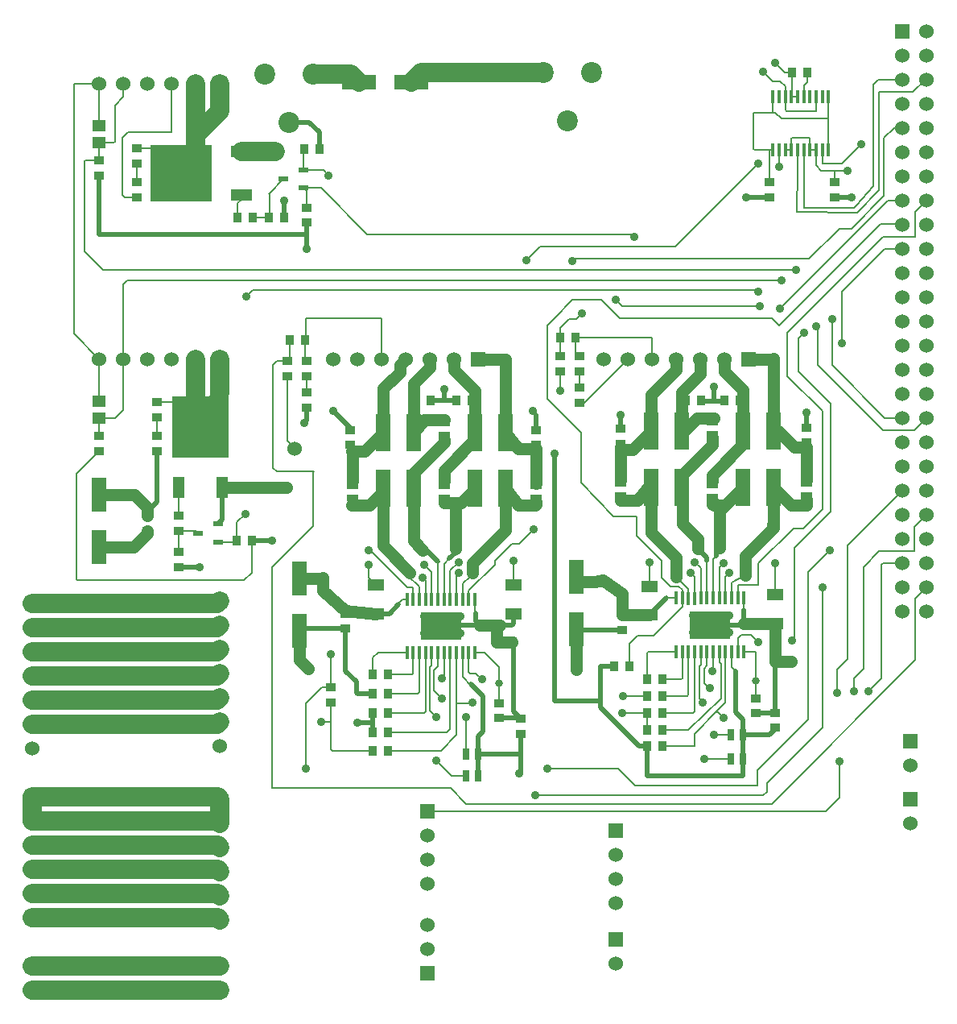
<source format=gtl>
G04 (created by PCBNEW (2013-05-18 BZR 4017)-stable) date Mon 15 Dec 2014 10:40:29 GMT*
%MOIN*%
G04 Gerber Fmt 3.4, Leading zero omitted, Abs format*
%FSLAX34Y34*%
G01*
G70*
G90*
G04 APERTURE LIST*
%ADD10C,0.00590551*%
%ADD11R,0.0906X0.0512*%
%ADD12R,0.2559X0.2323*%
%ADD13C,0.0315*%
%ADD14R,0.0165X0.0579*%
%ADD15C,0.06*%
%ADD16R,0.0394X0.0236*%
%ADD17R,0.025X0.05*%
%ADD18R,0.05X0.025*%
%ADD19R,0.0709X0.0453*%
%ADD20R,0.0374X0.0394*%
%ADD21R,0.0394X0.0374*%
%ADD22R,0.06X0.06*%
%ADD23R,0.0512X0.0906*%
%ADD24R,0.2323X0.2559*%
%ADD25R,0.0598X0.1535*%
%ADD26R,0.1417X0.063*%
%ADD27R,0.063X0.1417*%
%ADD28R,0.0571X0.0453*%
%ADD29C,0.0866*%
%ADD30R,0.1701X0.1181*%
%ADD31C,0.0354*%
%ADD32C,0.035*%
%ADD33C,0.008*%
%ADD34C,0.0198*%
%ADD35C,0.0787402*%
%ADD36C,0.0488*%
%ADD37C,0.0197*%
G04 APERTURE END LIST*
G54D10*
G54D11*
X41500Y-26400D03*
G54D12*
X39000Y-25500D03*
G54D11*
X41500Y-24600D03*
G54D13*
X52150Y-46600D03*
X62800Y-46500D03*
G54D14*
X64522Y-24552D03*
X64778Y-24552D03*
X65034Y-24552D03*
X65290Y-24552D03*
X63758Y-22350D03*
X63754Y-24552D03*
X64010Y-24552D03*
X64266Y-24552D03*
X65546Y-22348D03*
X65290Y-22348D03*
X65034Y-22348D03*
X64778Y-22348D03*
X64522Y-22348D03*
X64266Y-22348D03*
X65546Y-24552D03*
X64010Y-22350D03*
X63498Y-24552D03*
X65802Y-24552D03*
X65802Y-22348D03*
X63498Y-22348D03*
G54D15*
X43708Y-36904D03*
G54D16*
X40516Y-40775D03*
X39684Y-40400D03*
X40516Y-40025D03*
X44066Y-26125D03*
X43234Y-25750D03*
X44066Y-25375D03*
G54D17*
X50800Y-49550D03*
X51300Y-49550D03*
X62250Y-48750D03*
X61750Y-48750D03*
X62250Y-49750D03*
X61750Y-49750D03*
X50800Y-50450D03*
X51300Y-50450D03*
G54D18*
X46100Y-38950D03*
X46100Y-38450D03*
X64900Y-38350D03*
X64900Y-38850D03*
X61000Y-38400D03*
X61000Y-38900D03*
X61000Y-35800D03*
X61000Y-36300D03*
X57200Y-38350D03*
X57200Y-38850D03*
X53700Y-38950D03*
X53700Y-38450D03*
X49900Y-38950D03*
X49900Y-38450D03*
X49900Y-36350D03*
X49900Y-35850D03*
G54D19*
X52750Y-42559D03*
X52750Y-43741D03*
X47050Y-42559D03*
X47050Y-43741D03*
X63600Y-42959D03*
X63600Y-44141D03*
X58400Y-42609D03*
X58400Y-43791D03*
G54D20*
X54685Y-32300D03*
X55315Y-32300D03*
X47565Y-48650D03*
X46935Y-48650D03*
X43485Y-32400D03*
X44115Y-32400D03*
X64285Y-21350D03*
X64915Y-21350D03*
X41965Y-27350D03*
X41335Y-27350D03*
G54D21*
X35600Y-25615D03*
X35600Y-24985D03*
X35600Y-37015D03*
X35600Y-36385D03*
X37150Y-25885D03*
X37150Y-26515D03*
X38000Y-36385D03*
X38000Y-37015D03*
X38900Y-41815D03*
X38900Y-41185D03*
X44200Y-26935D03*
X44200Y-27565D03*
G54D20*
X41285Y-40700D03*
X41915Y-40700D03*
G54D21*
X38900Y-40315D03*
X38900Y-39685D03*
G54D20*
X58915Y-48550D03*
X58285Y-48550D03*
X58285Y-49200D03*
X58915Y-49200D03*
X56935Y-45900D03*
X57565Y-45900D03*
G54D21*
X45200Y-47415D03*
X45200Y-46785D03*
G54D20*
X46935Y-49400D03*
X47565Y-49400D03*
X43265Y-27350D03*
X42635Y-27350D03*
G54D21*
X44200Y-34585D03*
X44200Y-35215D03*
X55500Y-34385D03*
X55500Y-35015D03*
X63350Y-26515D03*
X63350Y-25885D03*
G54D22*
X40600Y-43200D03*
G54D15*
X40600Y-44200D03*
X40600Y-45200D03*
X40600Y-46200D03*
X40600Y-47200D03*
X40600Y-48200D03*
X40600Y-49200D03*
G54D22*
X32829Y-43313D03*
G54D15*
X32829Y-44313D03*
X32829Y-45313D03*
X32829Y-46313D03*
X32829Y-47313D03*
X32829Y-48313D03*
X32829Y-49313D03*
G54D22*
X62500Y-33200D03*
G54D15*
X61500Y-33200D03*
X60500Y-33200D03*
X59500Y-33200D03*
X58500Y-33200D03*
X57500Y-33200D03*
X56500Y-33200D03*
G54D22*
X51300Y-33200D03*
G54D15*
X50300Y-33200D03*
X49300Y-33200D03*
X48300Y-33200D03*
X47300Y-33200D03*
X46300Y-33200D03*
X45300Y-33200D03*
G54D22*
X40600Y-21800D03*
G54D15*
X39600Y-21800D03*
X38600Y-21800D03*
X37600Y-21800D03*
X36600Y-21800D03*
X35600Y-21800D03*
G54D22*
X57000Y-52700D03*
G54D15*
X57000Y-53700D03*
X57000Y-54700D03*
X57000Y-55700D03*
G54D22*
X49200Y-51900D03*
G54D15*
X49200Y-52900D03*
X49200Y-53900D03*
X49200Y-54900D03*
G54D22*
X32829Y-58313D03*
G54D15*
X32829Y-59313D03*
G54D22*
X57000Y-57200D03*
G54D15*
X57000Y-58200D03*
G54D22*
X69200Y-51400D03*
G54D15*
X69200Y-52400D03*
G54D22*
X69200Y-49000D03*
G54D15*
X69200Y-50000D03*
G54D22*
X68874Y-19639D03*
G54D15*
X69874Y-19639D03*
X68874Y-24639D03*
X69874Y-20639D03*
X68874Y-25639D03*
X69874Y-21639D03*
X68874Y-26639D03*
X69874Y-22639D03*
X68874Y-27639D03*
X69874Y-23639D03*
X68874Y-28639D03*
X69874Y-24639D03*
X68874Y-29639D03*
X69874Y-25639D03*
X68874Y-30639D03*
X69874Y-26639D03*
X68874Y-31639D03*
X69874Y-27639D03*
X68874Y-32639D03*
X69874Y-28639D03*
X68874Y-33639D03*
X69874Y-29639D03*
X68874Y-34639D03*
X69874Y-30639D03*
X69874Y-31639D03*
X68874Y-35639D03*
X69874Y-32639D03*
X69874Y-34639D03*
X69874Y-35639D03*
X69874Y-36639D03*
X69874Y-37639D03*
X68874Y-36639D03*
X68874Y-37639D03*
X68874Y-20639D03*
X68874Y-21639D03*
X68874Y-22639D03*
X68874Y-23639D03*
X68874Y-38639D03*
X69874Y-38639D03*
X69874Y-33639D03*
X68874Y-39639D03*
X69874Y-39639D03*
X68874Y-40639D03*
X69874Y-40639D03*
X68874Y-41639D03*
X69874Y-41639D03*
X68874Y-42639D03*
X69874Y-42639D03*
X68874Y-43639D03*
X69874Y-43639D03*
G54D21*
X38000Y-34985D03*
X38000Y-35600D03*
X37150Y-24485D03*
X37150Y-25100D03*
X44200Y-33285D03*
X44200Y-33900D03*
X55500Y-33085D03*
X55500Y-33700D03*
G54D23*
X38900Y-38500D03*
G54D24*
X39800Y-36000D03*
G54D23*
X40700Y-38500D03*
G54D25*
X63526Y-38511D03*
X62274Y-38511D03*
X63526Y-36189D03*
X62274Y-36189D03*
X59726Y-38511D03*
X58474Y-38511D03*
X59726Y-36189D03*
X58474Y-36189D03*
X48626Y-38561D03*
X47374Y-38561D03*
X48626Y-36239D03*
X47374Y-36239D03*
X52426Y-38561D03*
X51174Y-38561D03*
X52426Y-36239D03*
X51174Y-36239D03*
G54D26*
X46367Y-21750D03*
X48533Y-21750D03*
G54D27*
X43900Y-44433D03*
X43900Y-42267D03*
X55350Y-44383D03*
X55350Y-42217D03*
X35600Y-38817D03*
X35600Y-40983D03*
G54D28*
X35600Y-24254D03*
X35600Y-23546D03*
X35600Y-35654D03*
X35600Y-34946D03*
G54D21*
X45800Y-43735D03*
X45800Y-44365D03*
X57250Y-43785D03*
X57250Y-44415D03*
X52150Y-47435D03*
X52150Y-48065D03*
X62800Y-47235D03*
X62800Y-47865D03*
X54700Y-33085D03*
X54700Y-33715D03*
X43400Y-33285D03*
X43400Y-33915D03*
X66050Y-26515D03*
X66050Y-25885D03*
X53050Y-48715D03*
X53050Y-48085D03*
G54D20*
X58915Y-47850D03*
X58285Y-47850D03*
X58915Y-47150D03*
X58285Y-47150D03*
G54D21*
X63600Y-48465D03*
X63600Y-47835D03*
G54D20*
X47565Y-47050D03*
X46935Y-47050D03*
X47565Y-47850D03*
X46935Y-47850D03*
G54D22*
X32829Y-51313D03*
G54D15*
X32829Y-52313D03*
X32829Y-53313D03*
X32829Y-54313D03*
G54D22*
X32829Y-56313D03*
G54D15*
X32829Y-55313D03*
G54D22*
X40600Y-33200D03*
G54D15*
X39600Y-33200D03*
X38600Y-33200D03*
X37600Y-33200D03*
X36600Y-33200D03*
X35600Y-33200D03*
G54D22*
X40600Y-51400D03*
G54D15*
X40600Y-52400D03*
X40600Y-53400D03*
X40600Y-54400D03*
X40600Y-55400D03*
X40600Y-56400D03*
G54D22*
X49200Y-58600D03*
G54D15*
X49200Y-57600D03*
X49200Y-56600D03*
G54D22*
X40600Y-59300D03*
G54D15*
X40600Y-58300D03*
G54D29*
X43450Y-23400D03*
X44450Y-21400D03*
X42450Y-21400D03*
X55000Y-23350D03*
X56000Y-21350D03*
X54000Y-21350D03*
G54D21*
X57200Y-36715D03*
X57200Y-36085D03*
G54D20*
X60515Y-34900D03*
X59885Y-34900D03*
X62115Y-34900D03*
X61485Y-34900D03*
G54D21*
X64900Y-36035D03*
X64900Y-36665D03*
X46000Y-36765D03*
X46000Y-36135D03*
G54D20*
X49315Y-34900D03*
X48685Y-34900D03*
X51015Y-34900D03*
X50385Y-34900D03*
G54D21*
X53700Y-36135D03*
X53700Y-36765D03*
G54D20*
X46935Y-46250D03*
X47565Y-46250D03*
X58285Y-46450D03*
X58915Y-46450D03*
G54D21*
X37600Y-39685D03*
X37600Y-40315D03*
G54D20*
X44715Y-24500D03*
X44085Y-24500D03*
G54D14*
X49622Y-45352D03*
X49878Y-45352D03*
X50134Y-45352D03*
X50390Y-45352D03*
X48858Y-43150D03*
X48854Y-45352D03*
X49110Y-45352D03*
X49366Y-45352D03*
X50646Y-43148D03*
X50390Y-43148D03*
X50134Y-43148D03*
X49878Y-43148D03*
X49622Y-43148D03*
X49366Y-43148D03*
X50646Y-45352D03*
X49110Y-43150D03*
X48598Y-45352D03*
X50902Y-45352D03*
X50902Y-43148D03*
X48598Y-43148D03*
X48343Y-45352D03*
X51157Y-45352D03*
X51157Y-43148D03*
X48343Y-43148D03*
G54D30*
X49750Y-44250D03*
G54D31*
X49050Y-43850D03*
X49550Y-43850D03*
X50050Y-43850D03*
X50550Y-43850D03*
X49300Y-44200D03*
X49800Y-44200D03*
X50300Y-44200D03*
X49050Y-44550D03*
X49550Y-44550D03*
X50050Y-44550D03*
X50550Y-44550D03*
G54D14*
X60772Y-45302D03*
X61028Y-45302D03*
X61284Y-45302D03*
X61540Y-45302D03*
X60008Y-43100D03*
X60004Y-45302D03*
X60260Y-45302D03*
X60516Y-45302D03*
X61796Y-43098D03*
X61540Y-43098D03*
X61284Y-43098D03*
X61028Y-43098D03*
X60772Y-43098D03*
X60516Y-43098D03*
X61796Y-45302D03*
X60260Y-43100D03*
X59748Y-45302D03*
X62052Y-45302D03*
X62052Y-43098D03*
X59748Y-43098D03*
X59493Y-45302D03*
X62307Y-45302D03*
X62307Y-43098D03*
X59493Y-43098D03*
G54D30*
X60900Y-44200D03*
G54D31*
X60200Y-43800D03*
X60700Y-43800D03*
X61200Y-43800D03*
X61700Y-43800D03*
X60450Y-44150D03*
X60950Y-44150D03*
X61450Y-44150D03*
X60200Y-44500D03*
X60700Y-44500D03*
X61200Y-44500D03*
X61700Y-44500D03*
G54D32*
X53000Y-50350D03*
X44800Y-48200D03*
X49550Y-49800D03*
X49550Y-48000D03*
X50800Y-48000D03*
X49800Y-47250D03*
X42750Y-40700D03*
X61050Y-48750D03*
X60900Y-46800D03*
X60650Y-49750D03*
X60600Y-47400D03*
X66750Y-26500D03*
X62400Y-26500D03*
X63600Y-20950D03*
X44100Y-35850D03*
X44200Y-28650D03*
X54450Y-37100D03*
X39750Y-41800D03*
X43250Y-26650D03*
X65300Y-31850D03*
X63850Y-29950D03*
X66150Y-47000D03*
X66250Y-49850D03*
X65550Y-42650D03*
X53650Y-51250D03*
X65950Y-31550D03*
X64450Y-29500D03*
X55600Y-31300D03*
X55200Y-29150D03*
X57750Y-28150D03*
X67150Y-24300D03*
X63800Y-31100D03*
X62900Y-44900D03*
X64300Y-44850D03*
X64800Y-32100D03*
X53600Y-40250D03*
X62950Y-31000D03*
X57000Y-30750D03*
X54150Y-50150D03*
X65850Y-41100D03*
X44150Y-50150D03*
X46750Y-41100D03*
X45200Y-45400D03*
X41650Y-39600D03*
X41700Y-30600D03*
X62900Y-30400D03*
X62900Y-25100D03*
X53300Y-29100D03*
X63750Y-25250D03*
X66350Y-32550D03*
X51450Y-46450D03*
X66850Y-46950D03*
X67450Y-46950D03*
X46300Y-48250D03*
X52750Y-44850D03*
X44850Y-42250D03*
X45300Y-35350D03*
X53550Y-35350D03*
X49900Y-34450D03*
X36950Y-41000D03*
X43350Y-38500D03*
X64300Y-45750D03*
X66600Y-25400D03*
X63100Y-21300D03*
X42900Y-24600D03*
X57250Y-47850D03*
X64900Y-35400D03*
X57200Y-35500D03*
X61050Y-34350D03*
X56450Y-42350D03*
X45100Y-25600D03*
X54700Y-34500D03*
X50500Y-41600D03*
X52750Y-41550D03*
X58400Y-41600D03*
X60250Y-41600D03*
X61450Y-48050D03*
X61000Y-46100D03*
X46750Y-41700D03*
X49050Y-41700D03*
X63600Y-41650D03*
X61450Y-41650D03*
X51050Y-47400D03*
X49800Y-46400D03*
X57300Y-47150D03*
X50500Y-42050D03*
X49000Y-42250D03*
X44250Y-46000D03*
X55350Y-46050D03*
X37050Y-38800D03*
X61700Y-42050D03*
X60100Y-42050D03*
G54D33*
X64522Y-22348D02*
X64266Y-22348D01*
G54D34*
X62250Y-48750D02*
X62250Y-49750D01*
X53050Y-50300D02*
X53050Y-49500D01*
X53000Y-50350D02*
X53050Y-50300D01*
G54D33*
X45200Y-48200D02*
X44800Y-48200D01*
X45200Y-47415D02*
X45200Y-48200D01*
X45200Y-48200D02*
X45200Y-49350D01*
X45250Y-49400D02*
X46935Y-49400D01*
X45200Y-49350D02*
X45250Y-49400D01*
X49290Y-47500D02*
X49290Y-47740D01*
X49366Y-45884D02*
X49290Y-45959D01*
X49290Y-45959D02*
X49290Y-47500D01*
X49366Y-45352D02*
X49366Y-45884D01*
X50200Y-50450D02*
X50800Y-50450D01*
X49550Y-49800D02*
X50200Y-50450D01*
X49290Y-47740D02*
X49550Y-48000D01*
X49450Y-46050D02*
X49500Y-46050D01*
X49800Y-47250D02*
X49450Y-46900D01*
X49450Y-46900D02*
X49450Y-46050D01*
X50800Y-49550D02*
X50800Y-48000D01*
X49622Y-45928D02*
X49622Y-45352D01*
X49500Y-46050D02*
X49622Y-45928D01*
X50646Y-45352D02*
X50646Y-46346D01*
X51000Y-46700D02*
X51000Y-46650D01*
X50646Y-46346D02*
X51000Y-46700D01*
G54D34*
X51300Y-49550D02*
X51300Y-48800D01*
X51500Y-47150D02*
X51000Y-46650D01*
X51000Y-46650D02*
X51000Y-46650D01*
X51500Y-48600D02*
X51500Y-47150D01*
X51300Y-48800D02*
X51500Y-48600D01*
X51300Y-49550D02*
X51300Y-50450D01*
X53050Y-48715D02*
X53050Y-49500D01*
X53000Y-49550D02*
X51300Y-49550D01*
X53050Y-49500D02*
X53000Y-49550D01*
X42750Y-40700D02*
X41915Y-40700D01*
X61950Y-46100D02*
X61950Y-47800D01*
G54D33*
X61796Y-45946D02*
X61950Y-46100D01*
G54D34*
X62250Y-48100D02*
X62250Y-48750D01*
X61950Y-47800D02*
X62250Y-48100D01*
G54D33*
X61796Y-45302D02*
X61796Y-45946D01*
X61796Y-45946D02*
X61800Y-45950D01*
X60772Y-45302D02*
X60772Y-45878D01*
X61050Y-48750D02*
X61750Y-48750D01*
X60850Y-46800D02*
X60900Y-46800D01*
X60650Y-46600D02*
X60850Y-46800D01*
X60650Y-46000D02*
X60650Y-46600D01*
X60772Y-45878D02*
X60650Y-46000D01*
X60516Y-45302D02*
X60516Y-45834D01*
X60650Y-49750D02*
X61750Y-49750D01*
X60450Y-47250D02*
X60600Y-47400D01*
X60450Y-45900D02*
X60450Y-47250D01*
X60516Y-45834D02*
X60450Y-45900D01*
G54D34*
X66735Y-26515D02*
X66050Y-26515D01*
X66750Y-26500D02*
X66735Y-26515D01*
X63350Y-26515D02*
X62415Y-26515D01*
X62415Y-26515D02*
X62400Y-26500D01*
G54D33*
X64285Y-21350D02*
X64000Y-21350D01*
X64000Y-21350D02*
X63600Y-20950D01*
X64285Y-21350D02*
X64285Y-22329D01*
X64285Y-22329D02*
X64266Y-22348D01*
G54D35*
X32829Y-48313D02*
X40487Y-48313D01*
X40487Y-48313D02*
X40600Y-48200D01*
G54D33*
X41915Y-40700D02*
X41915Y-42035D01*
X41915Y-42035D02*
X41600Y-42350D01*
X41600Y-42350D02*
X34700Y-42350D01*
X34700Y-42350D02*
X34650Y-42300D01*
X34650Y-42300D02*
X34650Y-37965D01*
X34650Y-37965D02*
X35600Y-37015D01*
G54D34*
X44200Y-35215D02*
X44200Y-35750D01*
X44200Y-35750D02*
X44100Y-35850D01*
X44200Y-28000D02*
X44150Y-28000D01*
X44200Y-28650D02*
X44200Y-28000D01*
X56350Y-45900D02*
X56350Y-47350D01*
X54450Y-47350D02*
X54450Y-37100D01*
X56350Y-47350D02*
X54450Y-47350D01*
X44200Y-27565D02*
X44200Y-28100D01*
X44200Y-28100D02*
X44150Y-28050D01*
X44150Y-28050D02*
X35600Y-28050D01*
X35600Y-28050D02*
X35600Y-25615D01*
G54D33*
X35600Y-28050D02*
X35600Y-28050D01*
X55500Y-35015D02*
X55685Y-35015D01*
X55685Y-35015D02*
X57500Y-33200D01*
G54D34*
X58285Y-49200D02*
X57950Y-49200D01*
X57950Y-49200D02*
X56350Y-47600D01*
X56350Y-47600D02*
X56350Y-45900D01*
X56350Y-45900D02*
X56935Y-45900D01*
X62250Y-49750D02*
X62250Y-50450D01*
X58285Y-50435D02*
X58285Y-49200D01*
X58300Y-50450D02*
X58285Y-50435D01*
X62250Y-50450D02*
X58300Y-50450D01*
X62250Y-48750D02*
X63350Y-48750D01*
X63350Y-48750D02*
X63600Y-48500D01*
X39735Y-41815D02*
X39750Y-41800D01*
X38900Y-41815D02*
X39735Y-41815D01*
X43265Y-26665D02*
X43265Y-27350D01*
X43250Y-26650D02*
X43265Y-26665D01*
G54D33*
X36600Y-33200D02*
X36600Y-30100D01*
X69363Y-36150D02*
X69874Y-35639D01*
X68050Y-36150D02*
X69363Y-36150D01*
X65350Y-33450D02*
X68050Y-36150D01*
X65350Y-31900D02*
X65350Y-33450D01*
X65300Y-31850D02*
X65350Y-31900D01*
X36750Y-29950D02*
X63850Y-29950D01*
X36600Y-30100D02*
X36750Y-29950D01*
X35600Y-35654D02*
X35600Y-36385D01*
X36600Y-33200D02*
X36600Y-35300D01*
X36246Y-35654D02*
X35600Y-35654D01*
X36600Y-35300D02*
X36246Y-35654D01*
X49200Y-51900D02*
X50100Y-51900D01*
X66600Y-40913D02*
X68874Y-38639D01*
X66600Y-45600D02*
X66600Y-40913D01*
X66150Y-46050D02*
X66600Y-45600D01*
X66150Y-47000D02*
X66150Y-46050D01*
X66250Y-51350D02*
X66250Y-49850D01*
X65700Y-51900D02*
X66250Y-51350D01*
X50100Y-51900D02*
X65700Y-51900D01*
X56200Y-51250D02*
X53650Y-51250D01*
X65550Y-42650D02*
X65550Y-48450D01*
X65550Y-48450D02*
X63250Y-50750D01*
X63250Y-50750D02*
X63250Y-51100D01*
X63250Y-51100D02*
X63100Y-51250D01*
X63100Y-51250D02*
X56200Y-51250D01*
X35600Y-24985D02*
X35015Y-24985D01*
X68139Y-35639D02*
X68874Y-35639D01*
X65950Y-33450D02*
X68139Y-35639D01*
X65950Y-31550D02*
X65950Y-33450D01*
X35750Y-29500D02*
X64450Y-29500D01*
X35000Y-28750D02*
X35750Y-29500D01*
X35000Y-25000D02*
X35000Y-28750D01*
X35015Y-24985D02*
X35000Y-25000D01*
X36600Y-21800D02*
X36600Y-22350D01*
X36196Y-24254D02*
X35600Y-24254D01*
X36250Y-24200D02*
X36196Y-24254D01*
X36250Y-22700D02*
X36250Y-24200D01*
X36600Y-22350D02*
X36250Y-22700D01*
X35600Y-24985D02*
X35600Y-24254D01*
X66750Y-27800D02*
X66250Y-27800D01*
X68511Y-23639D02*
X68100Y-24050D01*
X68100Y-24050D02*
X68100Y-26450D01*
X68100Y-26450D02*
X66750Y-27800D01*
X68874Y-23639D02*
X68511Y-23639D01*
X54685Y-31915D02*
X54685Y-32300D01*
X55050Y-31550D02*
X54685Y-31915D01*
X55350Y-31550D02*
X55050Y-31550D01*
X55600Y-31300D02*
X55350Y-31550D01*
X55300Y-29050D02*
X55200Y-29150D01*
X65000Y-29050D02*
X55300Y-29050D01*
X66250Y-27800D02*
X65000Y-29050D01*
X54685Y-32300D02*
X54685Y-33070D01*
X54685Y-33070D02*
X54700Y-33085D01*
G54D35*
X32829Y-51313D02*
X32829Y-52313D01*
X40600Y-51400D02*
X40600Y-52400D01*
X32829Y-52313D02*
X40513Y-52313D01*
X40513Y-52313D02*
X40600Y-52400D01*
X32829Y-51313D02*
X40513Y-51313D01*
X40513Y-51313D02*
X40600Y-51400D01*
X32829Y-44313D02*
X40487Y-44313D01*
X40487Y-44313D02*
X40600Y-44200D01*
X32829Y-43313D02*
X40487Y-43313D01*
X40487Y-43313D02*
X40600Y-43200D01*
X32829Y-45313D02*
X40487Y-45313D01*
X40487Y-45313D02*
X40600Y-45200D01*
X32829Y-46313D02*
X40487Y-46313D01*
X40487Y-46313D02*
X40600Y-46200D01*
X32829Y-47313D02*
X40487Y-47313D01*
X40487Y-47313D02*
X40600Y-47200D01*
X32829Y-55313D02*
X40513Y-55313D01*
X40513Y-55313D02*
X40600Y-55400D01*
X40600Y-21800D02*
X40600Y-22950D01*
X40600Y-22950D02*
X39600Y-23950D01*
X39600Y-21800D02*
X39600Y-23950D01*
X39600Y-23950D02*
X39600Y-24900D01*
X39600Y-24900D02*
X39000Y-25500D01*
G54D33*
X37150Y-24485D02*
X37985Y-24485D01*
X37985Y-24485D02*
X39000Y-25500D01*
X65550Y-35350D02*
X65550Y-39400D01*
X68050Y-28150D02*
X64100Y-32100D01*
X64100Y-32100D02*
X64100Y-33900D01*
X64100Y-33900D02*
X65550Y-35350D01*
X62052Y-42552D02*
X62052Y-43098D01*
X62050Y-42550D02*
X62052Y-42552D01*
X62900Y-42550D02*
X62050Y-42550D01*
X62900Y-41650D02*
X62900Y-42550D01*
X64350Y-40200D02*
X62900Y-41650D01*
X64750Y-40200D02*
X64350Y-40200D01*
X65550Y-39400D02*
X64750Y-40200D01*
X68050Y-28150D02*
X68050Y-28150D01*
X68050Y-28150D02*
X69400Y-28150D01*
X69400Y-27113D02*
X69874Y-26639D01*
X69400Y-28050D02*
X69400Y-27113D01*
X69400Y-28150D02*
X69400Y-28050D01*
X57150Y-31500D02*
X63450Y-31500D01*
X54150Y-34850D02*
X54150Y-31800D01*
X57850Y-39700D02*
X57700Y-39700D01*
X57700Y-39700D02*
X56900Y-39700D01*
X56900Y-39700D02*
X55550Y-38300D01*
X55550Y-38300D02*
X55550Y-36250D01*
X55550Y-36250D02*
X54150Y-34850D01*
X59748Y-43098D02*
X59748Y-42748D01*
X58900Y-41550D02*
X57850Y-40500D01*
X58900Y-42250D02*
X58900Y-41550D01*
X59250Y-42600D02*
X58900Y-42250D01*
X59600Y-42600D02*
X59250Y-42600D01*
X59748Y-42748D02*
X59600Y-42600D01*
X57850Y-40500D02*
X57850Y-39700D01*
X54150Y-31800D02*
X54450Y-31500D01*
X55200Y-30750D02*
X56400Y-30750D01*
X56400Y-30750D02*
X57150Y-31500D01*
X54450Y-31500D02*
X55200Y-30750D01*
X68835Y-27600D02*
X68874Y-27639D01*
X67950Y-27600D02*
X68835Y-27600D01*
X63750Y-31800D02*
X67950Y-27600D01*
X63450Y-31500D02*
X63750Y-31800D01*
X57565Y-45100D02*
X57550Y-45100D01*
X57550Y-45100D02*
X57565Y-45100D01*
X59748Y-43098D02*
X59748Y-43452D01*
X57565Y-44985D02*
X57565Y-45100D01*
X57565Y-45100D02*
X57565Y-45900D01*
X57900Y-44650D02*
X57565Y-44985D01*
X58550Y-44650D02*
X57900Y-44650D01*
X59748Y-43452D02*
X58550Y-44650D01*
G54D36*
X61000Y-38250D02*
X61000Y-38000D01*
X62274Y-36726D02*
X62274Y-36189D01*
X61000Y-38000D02*
X62274Y-36726D01*
X62274Y-36189D02*
X62274Y-34474D01*
X61500Y-33700D02*
X61500Y-33200D01*
X62274Y-34474D02*
X61500Y-33700D01*
X63526Y-36189D02*
X63739Y-36189D01*
X64900Y-36850D02*
X64900Y-38200D01*
X64400Y-36850D02*
X64900Y-36850D01*
X63739Y-36189D02*
X64400Y-36850D01*
X63526Y-36189D02*
X63526Y-33174D01*
X63500Y-33200D02*
X62500Y-33200D01*
X63526Y-33174D02*
X63500Y-33200D01*
X59726Y-36189D02*
X59811Y-36189D01*
X60350Y-35650D02*
X61050Y-35650D01*
X59811Y-36189D02*
X60350Y-35650D01*
X59726Y-36189D02*
X59726Y-34574D01*
X60500Y-33800D02*
X60500Y-33200D01*
X59726Y-34574D02*
X60500Y-33800D01*
X57200Y-38200D02*
X57200Y-36850D01*
X58474Y-36189D02*
X58461Y-36189D01*
X57700Y-36950D02*
X57300Y-36950D01*
X58461Y-36189D02*
X57700Y-36950D01*
X58474Y-36189D02*
X58474Y-34676D01*
X59500Y-33650D02*
X59500Y-33200D01*
X58474Y-34676D02*
X59500Y-33650D01*
G54D33*
X44775Y-26125D02*
X44066Y-26125D01*
X46700Y-28050D02*
X44775Y-26125D01*
X57650Y-28050D02*
X46700Y-28050D01*
X57750Y-28150D02*
X57650Y-28050D01*
X44200Y-26935D02*
X44200Y-26259D01*
X44200Y-26259D02*
X44066Y-26125D01*
X65546Y-24552D02*
X65546Y-25096D01*
X66350Y-25100D02*
X67150Y-24300D01*
X65550Y-25100D02*
X66350Y-25100D01*
X65546Y-25096D02*
X65550Y-25100D01*
X62800Y-46500D02*
X62800Y-47235D01*
X62307Y-45302D02*
X62798Y-45302D01*
X62800Y-45304D02*
X62800Y-46500D01*
X62798Y-45302D02*
X62800Y-45304D01*
X65900Y-35200D02*
X65900Y-35050D01*
X68874Y-26639D02*
X68261Y-26639D01*
X68261Y-26639D02*
X63800Y-31100D01*
X64300Y-44850D02*
X64400Y-44750D01*
X64400Y-44750D02*
X64400Y-41000D01*
X64400Y-41000D02*
X65900Y-39500D01*
X65900Y-39500D02*
X65900Y-35200D01*
X62052Y-44748D02*
X62052Y-45302D01*
X62200Y-44600D02*
X62052Y-44748D01*
X62600Y-44600D02*
X62200Y-44600D01*
X62900Y-44900D02*
X62600Y-44600D01*
X64550Y-32350D02*
X64800Y-32100D01*
X64550Y-33700D02*
X64550Y-32350D01*
X65900Y-35050D02*
X64550Y-33700D01*
X55315Y-32300D02*
X58500Y-32300D01*
X58500Y-32300D02*
X58500Y-33200D01*
X55315Y-32300D02*
X55315Y-32900D01*
X55315Y-32900D02*
X55500Y-33085D01*
X38000Y-34985D02*
X38785Y-34985D01*
X38785Y-34985D02*
X39800Y-36000D01*
G54D35*
X39600Y-33200D02*
X39600Y-35800D01*
G54D36*
X39600Y-35800D02*
X39800Y-36000D01*
X39800Y-36000D02*
X39800Y-35400D01*
G54D35*
X40600Y-34600D02*
X40600Y-33200D01*
G54D36*
X39800Y-35400D02*
X40600Y-34600D01*
G54D33*
X53000Y-40850D02*
X53600Y-40250D01*
X50902Y-43148D02*
X50902Y-42798D01*
X52000Y-41550D02*
X52700Y-40850D01*
X52000Y-41700D02*
X52000Y-41550D01*
X50902Y-42798D02*
X52000Y-41700D01*
X52700Y-40850D02*
X53000Y-40850D01*
X57250Y-31000D02*
X62950Y-31000D01*
X57000Y-30750D02*
X57250Y-31000D01*
X62850Y-50850D02*
X57800Y-50850D01*
X57800Y-50850D02*
X57100Y-50150D01*
X57100Y-50150D02*
X54250Y-50150D01*
X54250Y-50150D02*
X54150Y-50250D01*
X54150Y-50250D02*
X54150Y-50150D01*
X64950Y-42000D02*
X65850Y-41100D01*
X62850Y-50850D02*
X62850Y-50200D01*
X62850Y-50200D02*
X64950Y-48100D01*
X64950Y-48100D02*
X64950Y-42000D01*
X54150Y-50150D02*
X54200Y-50100D01*
X45200Y-46785D02*
X44815Y-46785D01*
X44150Y-47450D02*
X44150Y-50150D01*
X44815Y-46785D02*
X44150Y-47450D01*
X45200Y-46785D02*
X45200Y-45400D01*
X46750Y-41100D02*
X46775Y-41075D01*
X46775Y-41075D02*
X46750Y-41100D01*
X46750Y-41100D02*
X46750Y-41050D01*
X48598Y-43148D02*
X48598Y-42698D01*
X48350Y-42650D02*
X46750Y-41050D01*
X46750Y-41050D02*
X46750Y-41050D01*
X48550Y-42650D02*
X48350Y-42650D01*
X48598Y-42698D02*
X48550Y-42650D01*
G54D36*
X51174Y-36239D02*
X51174Y-36526D01*
X49900Y-37800D02*
X49900Y-38250D01*
X51174Y-36526D02*
X49900Y-37800D01*
X51174Y-36239D02*
X51174Y-34524D01*
X50300Y-33650D02*
X50300Y-33200D01*
X51174Y-34524D02*
X50300Y-33650D01*
X52950Y-36900D02*
X52426Y-36239D01*
X53700Y-36900D02*
X52950Y-36900D01*
X53700Y-36900D02*
X53700Y-38350D01*
X52426Y-36239D02*
X52426Y-33226D01*
X52426Y-33226D02*
X52400Y-33200D01*
X52400Y-33200D02*
X51300Y-33200D01*
X49900Y-35700D02*
X49050Y-35700D01*
X49050Y-35700D02*
X48626Y-36239D01*
X48626Y-36239D02*
X48626Y-34224D01*
X49300Y-33550D02*
X49300Y-33200D01*
X48626Y-34224D02*
X49300Y-33550D01*
X47374Y-36239D02*
X47361Y-36239D01*
X46100Y-37050D02*
X46100Y-38250D01*
X46050Y-37000D02*
X46100Y-37050D01*
X46600Y-37000D02*
X46050Y-37000D01*
X47361Y-36239D02*
X46600Y-37000D01*
X47374Y-36239D02*
X47374Y-34426D01*
X48050Y-33450D02*
X48300Y-33200D01*
X48050Y-33750D02*
X48050Y-33450D01*
X47374Y-34426D02*
X48050Y-33750D01*
G54D33*
X62900Y-30350D02*
X62900Y-30400D01*
X41285Y-39965D02*
X41650Y-39600D01*
X41700Y-30600D02*
X41950Y-30350D01*
X41950Y-30350D02*
X62900Y-30350D01*
X41285Y-40700D02*
X41285Y-39965D01*
X40516Y-40775D02*
X41210Y-40775D01*
X41210Y-40775D02*
X41285Y-40700D01*
X53300Y-29100D02*
X53850Y-28550D01*
X53850Y-28550D02*
X59450Y-28550D01*
X59450Y-28550D02*
X62900Y-25100D01*
X63754Y-25246D02*
X63754Y-24552D01*
X63750Y-25250D02*
X63754Y-25246D01*
X52150Y-46600D02*
X52150Y-47435D01*
X51157Y-45352D02*
X51552Y-45352D01*
X52150Y-45950D02*
X52150Y-46600D01*
X51552Y-45352D02*
X52150Y-45950D01*
X68111Y-28639D02*
X66350Y-30400D01*
X66350Y-30400D02*
X66350Y-32550D01*
X68874Y-28639D02*
X68111Y-28639D01*
X50902Y-45352D02*
X50902Y-46152D01*
X51200Y-46200D02*
X51450Y-46450D01*
X50950Y-46200D02*
X51200Y-46200D01*
X50902Y-46152D02*
X50950Y-46200D01*
X43400Y-33285D02*
X42965Y-33285D01*
X69400Y-43113D02*
X69874Y-42639D01*
X69400Y-45650D02*
X69400Y-43113D01*
X63450Y-51600D02*
X69400Y-45650D01*
X50800Y-51600D02*
X63450Y-51600D01*
X50150Y-50950D02*
X50800Y-51600D01*
X43050Y-50950D02*
X50150Y-50950D01*
X42750Y-50950D02*
X43050Y-50950D01*
X42750Y-41800D02*
X42750Y-50950D01*
X44450Y-40100D02*
X42750Y-41800D01*
X44450Y-37900D02*
X44450Y-40100D01*
X44500Y-37850D02*
X44450Y-37900D01*
X42950Y-37850D02*
X44500Y-37850D01*
X42800Y-37700D02*
X42950Y-37850D01*
X42800Y-33450D02*
X42800Y-37700D01*
X42965Y-33285D02*
X42800Y-33450D01*
X43485Y-32400D02*
X43485Y-33200D01*
X43485Y-33200D02*
X43400Y-33285D01*
X44115Y-32400D02*
X44115Y-33200D01*
X44115Y-33200D02*
X44200Y-33285D01*
X44150Y-31500D02*
X44150Y-32365D01*
X47300Y-31550D02*
X47250Y-31500D01*
X47250Y-31500D02*
X44150Y-31500D01*
X47300Y-33200D02*
X47300Y-31550D01*
X44150Y-32365D02*
X44115Y-32400D01*
X69861Y-39639D02*
X69874Y-39639D01*
X69350Y-40150D02*
X69861Y-39639D01*
X69350Y-41150D02*
X69350Y-40150D01*
X67900Y-41150D02*
X69350Y-41150D01*
X67250Y-41800D02*
X67900Y-41150D01*
X67250Y-46000D02*
X67250Y-41800D01*
X66850Y-46400D02*
X67250Y-46000D01*
X66850Y-46950D02*
X66850Y-46400D01*
X68061Y-41639D02*
X68874Y-41639D01*
X68000Y-41700D02*
X68061Y-41639D01*
X68000Y-46400D02*
X68000Y-41700D01*
X67450Y-46950D02*
X68000Y-46400D01*
G54D35*
X32829Y-59313D02*
X40587Y-59313D01*
X40587Y-59313D02*
X40600Y-59300D01*
G54D34*
X46935Y-48250D02*
X46300Y-48250D01*
G54D37*
X46935Y-47850D02*
X46935Y-48250D01*
X46935Y-48250D02*
X46935Y-48650D01*
G54D34*
X52750Y-44850D02*
X52750Y-47785D01*
X52750Y-47785D02*
X53050Y-48085D01*
X52150Y-48065D02*
X53030Y-48065D01*
X53030Y-48065D02*
X53050Y-48085D01*
G54D36*
X52700Y-44900D02*
X52050Y-44900D01*
G54D33*
X52750Y-44850D02*
X52700Y-44900D01*
G54D36*
X52050Y-44900D02*
X52050Y-44350D01*
G54D34*
X52050Y-44350D02*
X52200Y-44200D01*
X51200Y-43700D02*
X51200Y-44050D01*
G54D33*
X51157Y-43657D02*
X51200Y-43700D01*
X51157Y-43148D02*
X51157Y-43657D01*
G54D34*
X51200Y-44050D02*
X51350Y-44200D01*
X49800Y-44200D02*
X51350Y-44200D01*
G54D36*
X51350Y-44200D02*
X52200Y-44200D01*
G54D34*
X52200Y-44200D02*
X52700Y-44200D01*
X52750Y-44150D02*
X52700Y-44200D01*
X52750Y-44150D02*
X52750Y-43741D01*
X49800Y-44200D02*
X49750Y-44250D01*
X47050Y-43741D02*
X47609Y-43741D01*
X47609Y-43741D02*
X48000Y-43350D01*
G54D33*
X48343Y-43148D02*
X48152Y-43148D01*
X48152Y-43148D02*
X48000Y-43300D01*
G54D36*
X44850Y-42250D02*
X44850Y-42785D01*
X45800Y-43600D02*
X47050Y-43741D01*
X44850Y-42785D02*
X45800Y-43600D01*
X43900Y-42267D02*
X44833Y-42267D01*
X44833Y-42267D02*
X44850Y-42250D01*
G54D33*
X46000Y-36135D02*
X46000Y-36050D01*
G54D34*
X46000Y-36050D02*
X45300Y-35350D01*
X53700Y-36135D02*
X53700Y-35500D01*
G54D33*
X53700Y-35500D02*
X53550Y-35350D01*
G54D34*
X49315Y-34900D02*
X49850Y-34900D01*
X49850Y-34900D02*
X49900Y-34850D01*
X49900Y-34850D02*
X49900Y-34450D01*
X49315Y-34900D02*
X50385Y-34900D01*
G54D33*
X36950Y-41000D02*
X36950Y-40983D01*
G54D36*
X40700Y-38500D02*
X43350Y-38500D01*
G54D35*
X54000Y-21350D02*
X48933Y-21350D01*
X48933Y-21350D02*
X48533Y-21750D01*
G54D36*
X64250Y-45700D02*
X63600Y-45700D01*
G54D33*
X64300Y-45750D02*
X64250Y-45700D01*
X66050Y-25400D02*
X66600Y-25400D01*
X65290Y-24552D02*
X65290Y-25190D01*
X66050Y-25400D02*
X66050Y-25885D01*
X65500Y-25400D02*
X66050Y-25400D01*
X65290Y-25190D02*
X65500Y-25400D01*
X64010Y-21910D02*
X64010Y-22350D01*
X63800Y-21700D02*
X64010Y-21910D01*
X63500Y-21700D02*
X63800Y-21700D01*
X63100Y-21300D02*
X63500Y-21700D01*
X65290Y-22348D02*
X65290Y-22940D01*
X65280Y-22950D02*
X64700Y-22950D01*
X64700Y-22950D02*
X64600Y-22950D01*
X64600Y-22950D02*
X64500Y-22950D01*
X65290Y-22940D02*
X65280Y-22950D01*
X64010Y-22890D02*
X64070Y-22950D01*
X64010Y-22350D02*
X64010Y-22890D01*
X64070Y-22950D02*
X64500Y-22950D01*
X64266Y-24552D02*
X64266Y-24084D01*
X64266Y-24084D02*
X64300Y-24050D01*
X64300Y-24050D02*
X64700Y-24050D01*
X65034Y-24084D02*
X65034Y-24552D01*
X64700Y-24050D02*
X65000Y-24050D01*
X65000Y-24050D02*
X65034Y-24084D01*
X65034Y-24552D02*
X65290Y-24552D01*
X64010Y-24552D02*
X64266Y-24552D01*
G54D35*
X41500Y-24600D02*
X42900Y-24600D01*
G54D34*
X40700Y-38500D02*
X40700Y-39841D01*
X40700Y-39841D02*
X40516Y-40025D01*
G54D36*
X37600Y-40315D02*
X37600Y-40400D01*
X37600Y-40400D02*
X37017Y-40983D01*
X37017Y-40983D02*
X36950Y-40983D01*
X36950Y-40983D02*
X35600Y-40983D01*
G54D33*
X43400Y-33915D02*
X43400Y-36596D01*
X43400Y-36596D02*
X43708Y-36904D01*
X58285Y-47850D02*
X57250Y-47850D01*
X59493Y-43098D02*
X59093Y-43098D01*
G54D34*
X59093Y-43098D02*
X58400Y-43791D01*
X63100Y-47835D02*
X63535Y-47835D01*
X62800Y-47850D02*
X62770Y-47880D01*
X63100Y-47835D02*
X62800Y-47850D01*
X63600Y-47770D02*
X63600Y-45700D01*
X63535Y-47835D02*
X63600Y-47770D01*
G54D36*
X63600Y-45700D02*
X63600Y-44141D01*
G54D33*
X58285Y-48550D02*
X58285Y-47850D01*
G54D36*
X57250Y-43785D02*
X58394Y-43785D01*
X58394Y-43785D02*
X58400Y-43791D01*
G54D34*
X64900Y-35400D02*
X64900Y-36035D01*
X57200Y-35500D02*
X57200Y-36085D01*
X61050Y-34950D02*
X60565Y-34950D01*
G54D33*
X60565Y-34950D02*
X60515Y-34900D01*
G54D34*
X61050Y-34950D02*
X61435Y-34950D01*
X61050Y-34350D02*
X61050Y-34950D01*
G54D33*
X61435Y-34950D02*
X61485Y-34900D01*
G54D36*
X57250Y-43785D02*
X57250Y-42900D01*
X57250Y-42900D02*
X56450Y-42350D01*
X56133Y-42417D02*
X55350Y-42417D01*
X56450Y-42350D02*
X56133Y-42417D01*
X63600Y-44141D02*
X62307Y-44141D01*
G54D34*
X62307Y-44141D02*
X62307Y-44193D01*
X62307Y-43593D02*
X62307Y-44193D01*
X62300Y-44200D02*
X60900Y-44200D01*
X62307Y-44193D02*
X62300Y-44200D01*
G54D33*
X62307Y-43098D02*
X62307Y-43593D01*
X62307Y-43593D02*
X62300Y-43600D01*
X44066Y-25375D02*
X44066Y-24519D01*
X44066Y-24519D02*
X44085Y-24500D01*
X44875Y-25375D02*
X44066Y-25375D01*
X45100Y-25600D02*
X44875Y-25375D01*
X54700Y-34500D02*
X54700Y-33715D01*
X63352Y-24552D02*
X62752Y-24552D01*
X62700Y-23000D02*
X63450Y-23000D01*
X62700Y-24500D02*
X62700Y-23000D01*
X62752Y-24552D02*
X62700Y-24500D01*
X63498Y-24552D02*
X63352Y-24552D01*
X63350Y-24554D02*
X63350Y-25885D01*
X63352Y-24552D02*
X63350Y-24554D01*
X63500Y-23000D02*
X63600Y-23000D01*
X63850Y-23250D02*
X65802Y-23250D01*
X63600Y-23000D02*
X63850Y-23250D01*
X63498Y-22348D02*
X63498Y-22998D01*
X63498Y-22998D02*
X63500Y-23000D01*
X65802Y-23500D02*
X65800Y-23500D01*
X65800Y-23500D02*
X65802Y-23500D01*
X65802Y-24552D02*
X65802Y-23500D01*
X65802Y-23500D02*
X65802Y-23250D01*
X65802Y-23250D02*
X65802Y-22348D01*
G54D36*
X64900Y-39000D02*
X64900Y-39250D01*
X63526Y-38526D02*
X63526Y-38511D01*
X64250Y-39250D02*
X63526Y-38526D01*
X64900Y-39250D02*
X64250Y-39250D01*
X63526Y-38511D02*
X63526Y-40189D01*
X63500Y-40050D02*
X63500Y-40215D01*
X63500Y-40163D02*
X63500Y-40050D01*
X63526Y-40189D02*
X63500Y-40163D01*
X62350Y-42150D02*
X62350Y-41365D01*
X62350Y-41365D02*
X63500Y-40215D01*
G54D33*
X61796Y-43098D02*
X61800Y-42450D01*
X61800Y-42450D02*
X62350Y-42150D01*
X59493Y-45302D02*
X58348Y-45302D01*
X58285Y-45365D02*
X58285Y-46450D01*
X58348Y-45302D02*
X58285Y-45365D01*
G54D36*
X61000Y-36450D02*
X61000Y-36750D01*
X59726Y-38024D02*
X59726Y-38511D01*
X61000Y-36750D02*
X59726Y-38024D01*
X59750Y-40000D02*
X59750Y-38535D01*
X60400Y-40650D02*
X59750Y-40000D01*
G54D34*
X60750Y-41550D02*
X60750Y-41400D01*
G54D33*
X60772Y-41572D02*
X60750Y-41550D01*
X60772Y-43098D02*
X60772Y-41572D01*
G54D34*
X60750Y-41400D02*
X60400Y-41050D01*
G54D36*
X60400Y-41050D02*
X60400Y-40650D01*
X59750Y-38535D02*
X59726Y-38511D01*
G54D33*
X47565Y-46250D02*
X48550Y-46250D01*
X48598Y-46202D02*
X48598Y-45352D01*
X48550Y-46250D02*
X48598Y-46202D01*
X47565Y-47850D02*
X49050Y-47850D01*
X49110Y-47790D02*
X49110Y-45352D01*
X49050Y-47850D02*
X49110Y-47790D01*
X52750Y-42559D02*
X52750Y-41550D01*
X50134Y-41966D02*
X50500Y-41600D01*
X50134Y-41966D02*
X50134Y-43148D01*
X47565Y-47050D02*
X48800Y-47050D01*
X48854Y-46996D02*
X48854Y-45352D01*
X48800Y-47050D02*
X48854Y-46996D01*
X61350Y-46300D02*
X61350Y-45800D01*
X60000Y-48550D02*
X61350Y-47250D01*
X61350Y-47250D02*
X61350Y-46300D01*
X58915Y-48550D02*
X60000Y-48550D01*
X61284Y-45734D02*
X61284Y-45302D01*
X61350Y-45800D02*
X61284Y-45734D01*
X58915Y-47850D02*
X60200Y-47850D01*
X60260Y-47790D02*
X60260Y-45302D01*
X60200Y-47850D02*
X60260Y-47790D01*
X60516Y-43098D02*
X60516Y-41866D01*
X58400Y-41600D02*
X58400Y-42609D01*
X60516Y-41866D02*
X60250Y-41600D01*
G54D34*
X50350Y-41050D02*
X50350Y-41200D01*
G54D33*
X49878Y-41672D02*
X50100Y-41450D01*
X49878Y-43148D02*
X49878Y-41672D01*
G54D36*
X50350Y-41050D02*
X50350Y-39150D01*
G54D34*
X50350Y-41200D02*
X50100Y-41450D01*
G54D36*
X51174Y-38561D02*
X51174Y-38576D01*
X50600Y-39150D02*
X50350Y-39150D01*
X50350Y-39150D02*
X49900Y-39150D01*
X51174Y-38576D02*
X50600Y-39150D01*
G54D34*
X49000Y-41100D02*
X49150Y-41100D01*
G54D36*
X48626Y-40726D02*
X49000Y-41100D01*
X48626Y-38561D02*
X48626Y-40726D01*
G54D34*
X49150Y-41100D02*
X49622Y-41572D01*
G54D33*
X49622Y-43148D02*
X49622Y-41572D01*
X49622Y-41572D02*
X49600Y-41550D01*
G54D36*
X48626Y-38561D02*
X48626Y-37924D01*
X49900Y-36650D02*
X49900Y-36550D01*
X48626Y-37924D02*
X49900Y-36650D01*
G54D33*
X58915Y-46450D02*
X59700Y-46450D01*
X59748Y-46402D02*
X59748Y-45302D01*
X59700Y-46450D02*
X59748Y-46402D01*
X58915Y-47150D02*
X59950Y-47150D01*
X60004Y-47096D02*
X60004Y-45302D01*
X59950Y-47150D02*
X60004Y-47096D01*
G54D36*
X52426Y-38561D02*
X52426Y-40274D01*
X51050Y-41650D02*
X51050Y-42050D01*
X52426Y-40274D02*
X51050Y-41650D01*
G54D33*
X50646Y-43148D02*
X50646Y-42496D01*
X50942Y-42200D02*
X51050Y-42200D01*
X50646Y-42496D02*
X50942Y-42200D01*
G54D36*
X53700Y-39100D02*
X53700Y-39200D01*
X52950Y-39250D02*
X52426Y-38561D01*
X53650Y-39250D02*
X52950Y-39250D01*
X53700Y-39200D02*
X53650Y-39250D01*
G54D33*
X61028Y-45302D02*
X61028Y-46072D01*
X61200Y-47800D02*
X61200Y-47750D01*
X61175Y-47775D02*
X61200Y-47800D01*
X61450Y-48050D02*
X61175Y-47775D01*
X61028Y-46072D02*
X61000Y-46100D01*
X58900Y-49200D02*
X60250Y-49200D01*
X61540Y-47410D02*
X61540Y-45302D01*
X60250Y-48700D02*
X61200Y-47750D01*
X61200Y-47750D02*
X61540Y-47410D01*
X60250Y-49200D02*
X60250Y-48700D01*
X60250Y-49200D02*
X60250Y-49200D01*
X44200Y-33900D02*
X44200Y-34585D01*
X46750Y-41700D02*
X46750Y-42259D01*
X49366Y-43148D02*
X49366Y-42016D01*
X49366Y-42016D02*
X49050Y-41700D01*
X46750Y-42259D02*
X47050Y-42559D01*
X47565Y-48650D02*
X50000Y-48650D01*
X50134Y-48516D02*
X50134Y-45352D01*
X50000Y-48650D02*
X50134Y-48516D01*
G54D36*
X47374Y-38561D02*
X47374Y-40924D01*
X47374Y-40924D02*
X48450Y-42050D01*
G54D33*
X48858Y-43150D02*
X48858Y-42608D01*
X48858Y-42608D02*
X48350Y-42150D01*
G54D36*
X47374Y-38561D02*
X47374Y-38676D01*
X46800Y-39250D02*
X46050Y-39250D01*
X47374Y-38676D02*
X46800Y-39250D01*
G54D33*
X64915Y-21350D02*
X64915Y-21735D01*
X64778Y-21872D02*
X64778Y-22348D01*
X64915Y-21735D02*
X64778Y-21872D01*
X61284Y-43098D02*
X61284Y-41816D01*
X63600Y-41650D02*
X63600Y-42959D01*
X61284Y-41816D02*
X61450Y-41650D01*
G54D36*
X58474Y-38511D02*
X58339Y-38511D01*
X57900Y-39050D02*
X57200Y-39050D01*
X58339Y-38511D02*
X57900Y-39050D01*
X59500Y-42200D02*
X59500Y-41400D01*
G54D33*
X60008Y-42708D02*
X59500Y-42200D01*
X60008Y-43100D02*
X60008Y-42708D01*
G54D36*
X58474Y-40374D02*
X58474Y-38511D01*
X59500Y-41400D02*
X58474Y-40374D01*
G54D34*
X61150Y-41350D02*
X61150Y-41150D01*
G54D33*
X61028Y-41472D02*
X61150Y-41350D01*
X61028Y-43098D02*
X61028Y-41472D01*
G54D36*
X61300Y-41000D02*
X61300Y-39485D01*
G54D34*
X61150Y-41150D02*
X61300Y-41000D01*
G54D36*
X61000Y-39050D02*
X61000Y-39200D01*
X61535Y-39250D02*
X61300Y-39485D01*
X61300Y-39485D02*
X62274Y-38511D01*
X61050Y-39250D02*
X61535Y-39250D01*
X61000Y-39200D02*
X61050Y-39250D01*
G54D33*
X46935Y-46250D02*
X46935Y-45565D01*
X47148Y-45352D02*
X48343Y-45352D01*
X46935Y-45565D02*
X47148Y-45352D01*
X49878Y-45352D02*
X49878Y-46322D01*
X51000Y-47450D02*
X50390Y-47450D01*
X51050Y-47400D02*
X51000Y-47450D01*
X49878Y-46322D02*
X49800Y-46400D01*
X47565Y-49400D02*
X49750Y-49400D01*
X50390Y-48760D02*
X50390Y-47450D01*
X50390Y-47450D02*
X50390Y-45352D01*
X49750Y-49400D02*
X50390Y-48760D01*
X38900Y-40315D02*
X39599Y-40315D01*
X39599Y-40315D02*
X39684Y-40400D01*
X38900Y-40315D02*
X38900Y-41185D01*
X38000Y-35600D02*
X38000Y-36385D01*
X42642Y-26342D02*
X42642Y-27343D01*
X42642Y-27343D02*
X42635Y-27350D01*
X41965Y-27350D02*
X42635Y-27350D01*
X42635Y-26349D02*
X42642Y-26342D01*
X42642Y-26342D02*
X43234Y-25750D01*
X37150Y-25100D02*
X37150Y-25885D01*
X38900Y-38500D02*
X38900Y-39685D01*
X41500Y-26400D02*
X41500Y-26600D01*
X41335Y-26765D02*
X41335Y-27350D01*
X41500Y-26600D02*
X41335Y-26765D01*
X55500Y-33700D02*
X55500Y-34385D01*
X67000Y-27150D02*
X67006Y-27150D01*
X67900Y-26200D02*
X67899Y-26200D01*
X67006Y-27150D02*
X67900Y-26200D01*
X67900Y-22150D02*
X67899Y-26200D01*
X69874Y-21639D02*
X69811Y-21639D01*
X69300Y-22150D02*
X67900Y-22150D01*
X69811Y-21639D02*
X69300Y-22150D01*
X64500Y-27100D02*
X64522Y-25413D01*
X64528Y-27128D02*
X64500Y-27100D01*
X67000Y-27150D02*
X64528Y-27128D01*
X64522Y-24552D02*
X64522Y-25413D01*
X66850Y-26950D02*
X66950Y-26850D01*
X64800Y-25350D02*
X64800Y-25950D01*
X64778Y-25313D02*
X64800Y-25350D01*
X64778Y-24552D02*
X64778Y-25313D01*
X66850Y-26950D02*
X66650Y-26950D01*
X66650Y-26950D02*
X64800Y-26950D01*
X64800Y-26950D02*
X64800Y-26435D01*
X64800Y-26435D02*
X64800Y-25950D01*
X67650Y-21850D02*
X67650Y-26050D01*
X67861Y-21639D02*
X67650Y-21850D01*
X68874Y-21639D02*
X67861Y-21639D01*
X66950Y-26850D02*
X67650Y-26050D01*
G54D35*
X32829Y-56313D02*
X40513Y-56313D01*
X40513Y-56313D02*
X40600Y-56400D01*
G54D33*
X35600Y-21800D02*
X34550Y-21800D01*
X34550Y-21800D02*
X34550Y-21850D01*
X34550Y-21850D02*
X34550Y-32150D01*
X34550Y-32150D02*
X35600Y-33200D01*
X35600Y-33200D02*
X35600Y-34946D01*
X35600Y-23546D02*
X35600Y-21800D01*
X58285Y-47150D02*
X57300Y-47150D01*
G54D34*
X43450Y-23400D02*
X44300Y-23400D01*
X44715Y-23815D02*
X44715Y-24500D01*
X44300Y-23400D02*
X44715Y-23815D01*
X45800Y-44365D02*
X45800Y-46100D01*
X46300Y-47050D02*
X46935Y-47050D01*
X46250Y-47000D02*
X46300Y-47050D01*
X46250Y-46550D02*
X46250Y-47000D01*
X45800Y-46100D02*
X46250Y-46550D01*
G54D33*
X50390Y-42160D02*
X50500Y-42050D01*
X50390Y-43148D02*
X50390Y-42160D01*
X49110Y-42360D02*
X49110Y-43150D01*
X49000Y-42250D02*
X49110Y-42360D01*
G54D34*
X45800Y-44365D02*
X43968Y-44365D01*
X43968Y-44365D02*
X43900Y-44433D01*
G54D36*
X43900Y-45650D02*
X43900Y-44433D01*
X44250Y-46000D02*
X43900Y-45650D01*
G54D35*
X44450Y-21400D02*
X46017Y-21400D01*
X46017Y-21400D02*
X46367Y-21750D01*
G54D36*
X55350Y-46050D02*
X55350Y-44383D01*
G54D35*
X32829Y-58313D02*
X40587Y-58313D01*
X40587Y-58313D02*
X40600Y-58300D01*
X32829Y-54313D02*
X40513Y-54313D01*
X40513Y-54313D02*
X40600Y-54400D01*
X32829Y-53313D02*
X40513Y-53313D01*
X40513Y-53313D02*
X40600Y-53400D01*
G54D33*
X37150Y-26515D02*
X36665Y-26515D01*
X38600Y-23750D02*
X38600Y-21800D01*
X38600Y-23800D02*
X38600Y-23750D01*
X36800Y-23800D02*
X38600Y-23800D01*
X36550Y-24050D02*
X36800Y-23800D01*
X36550Y-26400D02*
X36550Y-24050D01*
X36665Y-26515D02*
X36550Y-26400D01*
G54D34*
X38000Y-37015D02*
X38000Y-39100D01*
X37600Y-39500D02*
X37600Y-39685D01*
X38000Y-39100D02*
X37600Y-39500D01*
G54D36*
X37600Y-39685D02*
X37600Y-39350D01*
X37600Y-39350D02*
X37050Y-38800D01*
X37050Y-38800D02*
X37033Y-38817D01*
X37033Y-38817D02*
X35600Y-38817D01*
G54D33*
X61540Y-43098D02*
X61540Y-42210D01*
X61540Y-42210D02*
X61700Y-42050D01*
X60260Y-43100D02*
X60260Y-42210D01*
X60260Y-42210D02*
X60100Y-42050D01*
G54D34*
X57250Y-44415D02*
X55518Y-44415D01*
X55518Y-44415D02*
X55350Y-44583D01*
M02*

</source>
